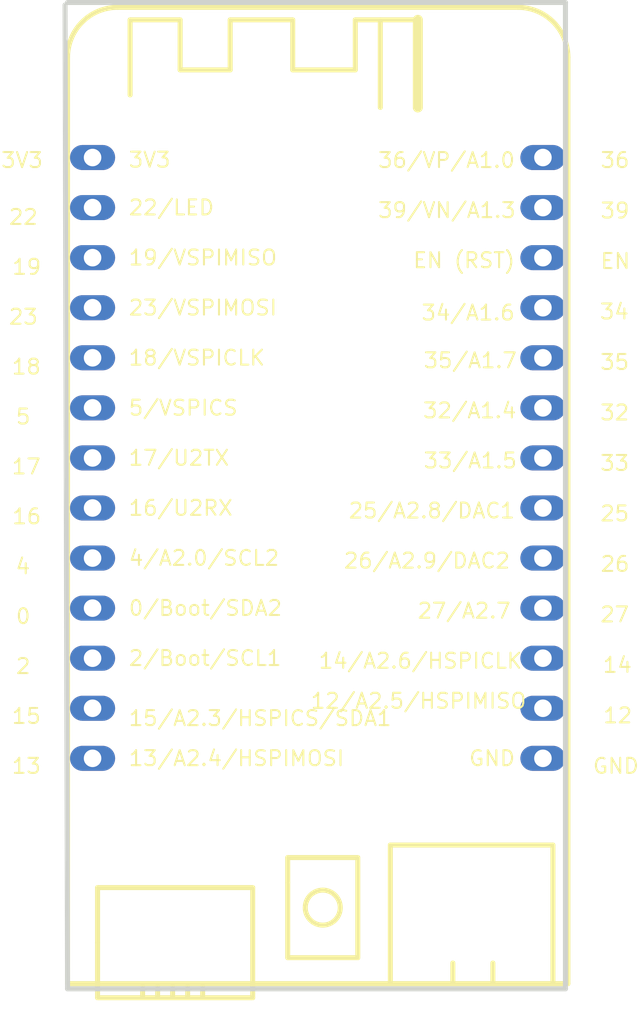
<source format=kicad_pcb>
(kicad_pcb (version 20171130) (host pcbnew "(5.1.6)-1")

  (general
    (thickness 1.6)
    (drawings 101)
    (tracks 0)
    (zones 0)
    (modules 26)
    (nets 27)
  )

  (page A4)
  (layers
    (0 F.Cu signal)
    (31 B.Cu signal)
    (32 B.Adhes user)
    (33 F.Adhes user)
    (34 B.Paste user)
    (35 F.Paste user)
    (36 B.SilkS user)
    (37 F.SilkS user)
    (38 B.Mask user)
    (39 F.Mask user)
    (40 Dwgs.User user)
    (41 Cmts.User user)
    (42 Eco1.User user)
    (43 Eco2.User user)
    (44 Edge.Cuts user)
    (45 Margin user)
    (46 B.CrtYd user)
    (47 F.CrtYd user)
    (48 B.Fab user hide)
    (49 F.Fab user hide)
  )

  (setup
    (last_trace_width 0.25)
    (trace_clearance 0.2)
    (zone_clearance 0.508)
    (zone_45_only no)
    (trace_min 0.2)
    (via_size 0.8)
    (via_drill 0.4)
    (via_min_size 0.4)
    (via_min_drill 0.3)
    (uvia_size 0.3)
    (uvia_drill 0.1)
    (uvias_allowed no)
    (uvia_min_size 0.2)
    (uvia_min_drill 0.1)
    (edge_width 0.05)
    (segment_width 0.2)
    (pcb_text_width 0.3)
    (pcb_text_size 1.5 1.5)
    (mod_edge_width 0.12)
    (mod_text_size 1 1)
    (mod_text_width 0.15)
    (pad_size 1.524 1.524)
    (pad_drill 0.762)
    (pad_to_mask_clearance 0.05)
    (aux_axis_origin 0 0)
    (visible_elements FFFFFF7F)
    (pcbplotparams
      (layerselection 0x010fc_ffffffff)
      (usegerberextensions false)
      (usegerberattributes true)
      (usegerberadvancedattributes true)
      (creategerberjobfile true)
      (excludeedgelayer true)
      (linewidth 0.100000)
      (plotframeref false)
      (viasonmask false)
      (mode 1)
      (useauxorigin false)
      (hpglpennumber 1)
      (hpglpenspeed 20)
      (hpglpendiameter 15.000000)
      (psnegative false)
      (psa4output false)
      (plotreference true)
      (plotvalue true)
      (plotinvisibletext false)
      (padsonsilk false)
      (subtractmaskfromsilk false)
      (outputformat 1)
      (mirror false)
      (drillshape 1)
      (scaleselection 1)
      (outputdirectory ""))
  )

  (net 0 "")
  (net 1 U1_15)
  (net 2 U1_2)
  (net 3 U1_0)
  (net 4 U1_4)
  (net 5 VCC3.3V)
  (net 6 TX)
  (net 7 RX)
  (net 8 U1_5)
  (net 9 BUZER)
  (net 10 REDLED)
  (net 11 GREENLED)
  (net 12 BLUELED)
  (net 13 U1_36)
  (net 14 U1_39)
  (net 15 U1_EN)
  (net 16 BAT-LEVEL)
  (net 17 U1_35)
  (net 18 READ)
  (net 19 U1_33)
  (net 20 GND)
  (net 21 U1_12)
  (net 22 U1_14)
  (net 23 WAKEBUTTON)
  (net 24 U1_26)
  (net 25 U1_25)
  (net 26 U1_13)

  (net_class Default "This is the default net class."
    (clearance 0.2)
    (trace_width 0.25)
    (via_dia 0.8)
    (via_drill 0.4)
    (uvia_dia 0.3)
    (uvia_drill 0.1)
    (add_net BAT-LEVEL)
    (add_net BLUELED)
    (add_net BUZER)
    (add_net GND)
    (add_net GREENLED)
    (add_net READ)
    (add_net REDLED)
    (add_net RX)
    (add_net TX)
    (add_net U1_0)
    (add_net U1_12)
    (add_net U1_13)
    (add_net U1_14)
    (add_net U1_15)
    (add_net U1_2)
    (add_net U1_25)
    (add_net U1_26)
    (add_net U1_33)
    (add_net U1_35)
    (add_net U1_36)
    (add_net U1_39)
    (add_net U1_4)
    (add_net U1_5)
    (add_net U1_EN)
    (add_net VCC3.3V)
    (add_net WAKEBUTTON)
  )

  (module AutoGenerated:Pad_2.29mm (layer F.Cu) (tedit 0) (tstamp 0)
    (at 7.366 67.301)
    (attr virtual)
    (fp_text reference "" (at 0 0) (layer F.SilkS)
      (effects (font (size 1.27 1.27) (thickness 0.15)))
    )
    (fp_text value "" (at 0 0) (layer F.SilkS)
      (effects (font (size 1.27 1.27) (thickness 0.15)))
    )
    (pad 15 thru_hole oval (at 0 0) (size 2.286 1.27) (drill 0.889) (layers *.Cu *.Paste *.Mask)
      (net 1 U1_15))
  )

  (module AutoGenerated:Pad_2.29mm (layer F.Cu) (tedit 0) (tstamp 0)
    (at 7.366 64.761)
    (attr virtual)
    (fp_text reference "" (at 0 0) (layer F.SilkS)
      (effects (font (size 1.27 1.27) (thickness 0.15)))
    )
    (fp_text value "" (at 0 0) (layer F.SilkS)
      (effects (font (size 1.27 1.27) (thickness 0.15)))
    )
    (pad 2 thru_hole oval (at 0 0) (size 2.286 1.27) (drill 0.889) (layers *.Cu *.Paste *.Mask)
      (net 2 U1_2))
  )

  (module AutoGenerated:Pad_2.29mm (layer F.Cu) (tedit 0) (tstamp 0)
    (at 7.366 62.221)
    (attr virtual)
    (fp_text reference "" (at 0 0) (layer F.SilkS)
      (effects (font (size 1.27 1.27) (thickness 0.15)))
    )
    (fp_text value "" (at 0 0) (layer F.SilkS)
      (effects (font (size 1.27 1.27) (thickness 0.15)))
    )
    (pad 0 thru_hole oval (at 0 0) (size 2.286 1.27) (drill 0.889) (layers *.Cu *.Paste *.Mask)
      (net 3 U1_0))
  )

  (module AutoGenerated:Pad_2.29mm (layer F.Cu) (tedit 0) (tstamp 0)
    (at 7.366 59.681)
    (attr virtual)
    (fp_text reference "" (at 0 0) (layer F.SilkS)
      (effects (font (size 1.27 1.27) (thickness 0.15)))
    )
    (fp_text value "" (at 0 0) (layer F.SilkS)
      (effects (font (size 1.27 1.27) (thickness 0.15)))
    )
    (pad 4 thru_hole oval (at 0 0) (size 2.286 1.27) (drill 0.889) (layers *.Cu *.Paste *.Mask)
      (net 4 U1_4))
  )

  (module AutoGenerated:Pad_2.29mm (layer F.Cu) (tedit 0) (tstamp 0)
    (at 7.366 39.361)
    (attr virtual)
    (fp_text reference "" (at 0 0) (layer F.SilkS)
      (effects (font (size 1.27 1.27) (thickness 0.15)))
    )
    (fp_text value "" (at 0 0) (layer F.SilkS)
      (effects (font (size 1.27 1.27) (thickness 0.15)))
    )
    (pad 3 thru_hole oval (at 0 0) (size 2.286 1.27) (drill 0.889) (layers *.Cu *.Paste *.Mask)
      (net 5 VCC3.3V))
  )

  (module AutoGenerated:Pad_2.29mm (layer F.Cu) (tedit 0) (tstamp 0)
    (at 7.366 57.141)
    (attr virtual)
    (fp_text reference "" (at 0 0) (layer F.SilkS)
      (effects (font (size 1.27 1.27) (thickness 0.15)))
    )
    (fp_text value "" (at 0 0) (layer F.SilkS)
      (effects (font (size 1.27 1.27) (thickness 0.15)))
    )
    (pad 16 thru_hole oval (at 0 0) (size 2.286 1.27) (drill 0.889) (layers *.Cu *.Paste *.Mask)
      (net 6 TX))
  )

  (module AutoGenerated:Pad_2.29mm (layer F.Cu) (tedit 0) (tstamp 0)
    (at 7.366 54.601)
    (attr virtual)
    (fp_text reference "" (at 0 0) (layer F.SilkS)
      (effects (font (size 1.27 1.27) (thickness 0.15)))
    )
    (fp_text value "" (at 0 0) (layer F.SilkS)
      (effects (font (size 1.27 1.27) (thickness 0.15)))
    )
    (pad 17 thru_hole oval (at 0 0) (size 2.286 1.27) (drill 0.889) (layers *.Cu *.Paste *.Mask)
      (net 7 RX))
  )

  (module AutoGenerated:Pad_2.29mm (layer F.Cu) (tedit 0) (tstamp 0)
    (at 7.366 52.061)
    (attr virtual)
    (fp_text reference "" (at 0 0) (layer F.SilkS)
      (effects (font (size 1.27 1.27) (thickness 0.15)))
    )
    (fp_text value "" (at 0 0) (layer F.SilkS)
      (effects (font (size 1.27 1.27) (thickness 0.15)))
    )
    (pad 5 thru_hole oval (at 0 0) (size 2.286 1.27) (drill 0.889) (layers *.Cu *.Paste *.Mask)
      (net 8 U1_5))
  )

  (module AutoGenerated:Pad_2.29mm (layer F.Cu) (tedit 0) (tstamp 0)
    (at 7.366 49.521)
    (attr virtual)
    (fp_text reference "" (at 0 0) (layer F.SilkS)
      (effects (font (size 1.27 1.27) (thickness 0.15)))
    )
    (fp_text value "" (at 0 0) (layer F.SilkS)
      (effects (font (size 1.27 1.27) (thickness 0.15)))
    )
    (pad 18 thru_hole oval (at 0 0) (size 2.286 1.27) (drill 0.889) (layers *.Cu *.Paste *.Mask)
      (net 9 BUZER))
  )

  (module AutoGenerated:Pad_2.29mm (layer F.Cu) (tedit 0) (tstamp 0)
    (at 7.366 46.981)
    (attr virtual)
    (fp_text reference "" (at 0 0) (layer F.SilkS)
      (effects (font (size 1.27 1.27) (thickness 0.15)))
    )
    (fp_text value "" (at 0 0) (layer F.SilkS)
      (effects (font (size 1.27 1.27) (thickness 0.15)))
    )
    (pad 23 thru_hole oval (at 0 0) (size 2.286 1.27) (drill 0.889) (layers *.Cu *.Paste *.Mask)
      (net 10 REDLED))
  )

  (module AutoGenerated:Pad_2.29mm (layer F.Cu) (tedit 0) (tstamp 0)
    (at 7.366 44.441)
    (attr virtual)
    (fp_text reference "" (at 0 0) (layer F.SilkS)
      (effects (font (size 1.27 1.27) (thickness 0.15)))
    )
    (fp_text value "" (at 0 0) (layer F.SilkS)
      (effects (font (size 1.27 1.27) (thickness 0.15)))
    )
    (pad 19 thru_hole oval (at 0 0) (size 2.286 1.27) (drill 0.889) (layers *.Cu *.Paste *.Mask)
      (net 11 GREENLED))
  )

  (module AutoGenerated:Pad_2.29mm (layer F.Cu) (tedit 0) (tstamp 0)
    (at 7.366 41.901)
    (attr virtual)
    (fp_text reference "" (at 0 0) (layer F.SilkS)
      (effects (font (size 1.27 1.27) (thickness 0.15)))
    )
    (fp_text value "" (at 0 0) (layer F.SilkS)
      (effects (font (size 1.27 1.27) (thickness 0.15)))
    )
    (pad 22 thru_hole oval (at 0 0) (size 2.286 1.27) (drill 0.889) (layers *.Cu *.Paste *.Mask)
      (net 12 BLUELED))
  )

  (module AutoGenerated:Pad_2.29mm (layer F.Cu) (tedit 0) (tstamp 0)
    (at 30.226 39.361)
    (attr virtual)
    (fp_text reference "" (at 0 0) (layer F.SilkS)
      (effects (font (size 1.27 1.27) (thickness 0.15)))
    )
    (fp_text value "" (at 0 0) (layer F.SilkS)
      (effects (font (size 1.27 1.27) (thickness 0.15)))
    )
    (pad 36 thru_hole oval (at 0 0) (size 2.286 1.27) (drill 0.889) (layers *.Cu *.Paste *.Mask)
      (net 13 U1_36))
  )

  (module AutoGenerated:Pad_2.29mm (layer F.Cu) (tedit 0) (tstamp 0)
    (at 30.226 41.901)
    (attr virtual)
    (fp_text reference "" (at 0 0) (layer F.SilkS)
      (effects (font (size 1.27 1.27) (thickness 0.15)))
    )
    (fp_text value "" (at 0 0) (layer F.SilkS)
      (effects (font (size 1.27 1.27) (thickness 0.15)))
    )
    (pad 39 thru_hole oval (at 0 0) (size 2.286 1.27) (drill 0.889) (layers *.Cu *.Paste *.Mask)
      (net 14 U1_39))
  )

  (module AutoGenerated:Pad_2.29mm (layer F.Cu) (tedit 0) (tstamp 0)
    (at 30.226 44.441)
    (attr virtual)
    (fp_text reference "" (at 0 0) (layer F.SilkS)
      (effects (font (size 1.27 1.27) (thickness 0.15)))
    )
    (fp_text value "" (at 0 0) (layer F.SilkS)
      (effects (font (size 1.27 1.27) (thickness 0.15)))
    )
    (pad EN thru_hole oval (at 0 0) (size 2.286 1.27) (drill 0.889) (layers *.Cu *.Paste *.Mask)
      (net 15 U1_EN))
  )

  (module AutoGenerated:Pad_2.29mm (layer F.Cu) (tedit 0) (tstamp 0)
    (at 30.226 46.981)
    (attr virtual)
    (fp_text reference "" (at 0 0) (layer F.SilkS)
      (effects (font (size 1.27 1.27) (thickness 0.15)))
    )
    (fp_text value "" (at 0 0) (layer F.SilkS)
      (effects (font (size 1.27 1.27) (thickness 0.15)))
    )
    (pad 34 thru_hole oval (at 0 0) (size 2.286 1.27) (drill 0.889) (layers *.Cu *.Paste *.Mask)
      (net 16 BAT-LEVEL))
  )

  (module AutoGenerated:Pad_2.29mm (layer F.Cu) (tedit 0) (tstamp 0)
    (at 30.226 49.521)
    (attr virtual)
    (fp_text reference "" (at 0 0) (layer F.SilkS)
      (effects (font (size 1.27 1.27) (thickness 0.15)))
    )
    (fp_text value "" (at 0 0) (layer F.SilkS)
      (effects (font (size 1.27 1.27) (thickness 0.15)))
    )
    (pad 35 thru_hole oval (at 0 0) (size 2.286 1.27) (drill 0.889) (layers *.Cu *.Paste *.Mask)
      (net 17 U1_35))
  )

  (module AutoGenerated:Pad_2.29mm (layer F.Cu) (tedit 0) (tstamp 0)
    (at 30.226 52.061)
    (attr virtual)
    (fp_text reference "" (at 0 0) (layer F.SilkS)
      (effects (font (size 1.27 1.27) (thickness 0.15)))
    )
    (fp_text value "" (at 0 0) (layer F.SilkS)
      (effects (font (size 1.27 1.27) (thickness 0.15)))
    )
    (pad 32 thru_hole oval (at 0 0) (size 2.286 1.27) (drill 0.889) (layers *.Cu *.Paste *.Mask)
      (net 18 READ))
  )

  (module AutoGenerated:Pad_2.29mm (layer F.Cu) (tedit 0) (tstamp 0)
    (at 30.226 54.601)
    (attr virtual)
    (fp_text reference "" (at 0 0) (layer F.SilkS)
      (effects (font (size 1.27 1.27) (thickness 0.15)))
    )
    (fp_text value "" (at 0 0) (layer F.SilkS)
      (effects (font (size 1.27 1.27) (thickness 0.15)))
    )
    (pad 33 thru_hole oval (at 0 0) (size 2.286 1.27) (drill 0.889) (layers *.Cu *.Paste *.Mask)
      (net 19 U1_33))
  )

  (module AutoGenerated:Pad_2.29mm (layer F.Cu) (tedit 0) (tstamp 0)
    (at 30.226 69.841)
    (attr virtual)
    (fp_text reference "" (at 0 0) (layer F.SilkS)
      (effects (font (size 1.27 1.27) (thickness 0.15)))
    )
    (fp_text value "" (at 0 0) (layer F.SilkS)
      (effects (font (size 1.27 1.27) (thickness 0.15)))
    )
    (pad GND thru_hole oval (at 0 0) (size 2.286 1.27) (drill 0.889) (layers *.Cu *.Paste *.Mask)
      (net 20 GND))
  )

  (module AutoGenerated:Pad_2.29mm (layer F.Cu) (tedit 0) (tstamp 0)
    (at 30.226 67.301)
    (attr virtual)
    (fp_text reference "" (at 0 0) (layer F.SilkS)
      (effects (font (size 1.27 1.27) (thickness 0.15)))
    )
    (fp_text value "" (at 0 0) (layer F.SilkS)
      (effects (font (size 1.27 1.27) (thickness 0.15)))
    )
    (pad 12 thru_hole oval (at 0 0) (size 2.286 1.27) (drill 0.889) (layers *.Cu *.Paste *.Mask)
      (net 21 U1_12))
  )

  (module AutoGenerated:Pad_2.29mm (layer F.Cu) (tedit 0) (tstamp 0)
    (at 30.226 64.761)
    (attr virtual)
    (fp_text reference "" (at 0 0) (layer F.SilkS)
      (effects (font (size 1.27 1.27) (thickness 0.15)))
    )
    (fp_text value "" (at 0 0) (layer F.SilkS)
      (effects (font (size 1.27 1.27) (thickness 0.15)))
    )
    (pad 14 thru_hole oval (at 0 0) (size 2.286 1.27) (drill 0.889) (layers *.Cu *.Paste *.Mask)
      (net 22 U1_14))
  )

  (module AutoGenerated:Pad_2.29mm (layer F.Cu) (tedit 0) (tstamp 0)
    (at 30.226 62.221)
    (attr virtual)
    (fp_text reference "" (at 0 0) (layer F.SilkS)
      (effects (font (size 1.27 1.27) (thickness 0.15)))
    )
    (fp_text value "" (at 0 0) (layer F.SilkS)
      (effects (font (size 1.27 1.27) (thickness 0.15)))
    )
    (pad 27 thru_hole oval (at 0 0) (size 2.286 1.27) (drill 0.889) (layers *.Cu *.Paste *.Mask)
      (net 23 WAKEBUTTON))
  )

  (module AutoGenerated:Pad_2.29mm (layer F.Cu) (tedit 0) (tstamp 0)
    (at 30.226 59.681)
    (attr virtual)
    (fp_text reference "" (at 0 0) (layer F.SilkS)
      (effects (font (size 1.27 1.27) (thickness 0.15)))
    )
    (fp_text value "" (at 0 0) (layer F.SilkS)
      (effects (font (size 1.27 1.27) (thickness 0.15)))
    )
    (pad 26 thru_hole oval (at 0 0) (size 2.286 1.27) (drill 0.889) (layers *.Cu *.Paste *.Mask)
      (net 24 U1_26))
  )

  (module AutoGenerated:Pad_2.29mm (layer F.Cu) (tedit 0) (tstamp 0)
    (at 30.226 57.141)
    (attr virtual)
    (fp_text reference "" (at 0 0) (layer F.SilkS)
      (effects (font (size 1.27 1.27) (thickness 0.15)))
    )
    (fp_text value "" (at 0 0) (layer F.SilkS)
      (effects (font (size 1.27 1.27) (thickness 0.15)))
    )
    (pad 25 thru_hole oval (at 0 0) (size 2.286 1.27) (drill 0.889) (layers *.Cu *.Paste *.Mask)
      (net 25 U1_25))
  )

  (module AutoGenerated:Pad_2.29mm (layer F.Cu) (tedit 0) (tstamp 0)
    (at 7.366 69.841)
    (attr virtual)
    (fp_text reference "" (at 0 0) (layer F.SilkS)
      (effects (font (size 1.27 1.27) (thickness 0.15)))
    )
    (fp_text value "" (at 0 0) (layer F.SilkS)
      (effects (font (size 1.27 1.27) (thickness 0.15)))
    )
    (pad 13 thru_hole oval (at 0 0) (size 2.286 1.27) (drill 0.889) (layers *.Cu *.Paste *.Mask)
      (net 26 U1_13))
  )

  (gr_line (start 6.096 31.496) (end 31.369 31.496) (layer Edge.Cuts) (width 0.254))
  (gr_line (start 31.369 31.496) (end 31.369 81.534) (layer Edge.Cuts) (width 0.254))
  (gr_line (start 31.369 81.534) (end 6.096 81.534) (layer Edge.Cuts) (width 0.254))
  (gr_line (start 6.096 81.534) (end 5.969 31.623) (layer Edge.Cuts) (width 0.254))
  (gr_line (start 20.828 79.955) (end 20.828 74.875) (layer F.SilkS) (width 0.254))
  (gr_line (start 20.828 74.875) (end 17.272 74.875) (layer F.SilkS) (width 0.254))
  (gr_line (start 17.272 74.875) (end 17.272 76.145) (layer F.SilkS) (width 0.254))
  (gr_line (start 17.272 76.145) (end 17.272 79.955) (layer F.SilkS) (width 0.254))
  (gr_line (start 17.272 79.955) (end 20.828 79.955) (layer F.SilkS) (width 0.254))
  (gr_line (start 22.479 81.225) (end 22.479 74.24) (layer F.SilkS) (width 0.254))
  (gr_line (start 22.479 74.24) (end 30.734 74.24) (layer F.SilkS) (width 0.254))
  (gr_line (start 30.734 74.24) (end 30.734 81.225) (layer F.SilkS) (width 0.254))
  (gr_line (start 25.654 80.225) (end 25.654 81.225) (layer F.SilkS) (width 0.254))
  (gr_line (start 27.686 80.225) (end 27.686 81.225) (layer F.SilkS) (width 0.254))
  (gr_line (start 7.62 76.399) (end 15.494 76.399) (layer F.SilkS) (width 0.254))
  (gr_line (start 15.494 76.399) (end 15.494 81.987) (layer F.SilkS) (width 0.254))
  (gr_line (start 15.494 81.987) (end 7.62 81.987) (layer F.SilkS) (width 0.254))
  (gr_line (start 7.62 81.987) (end 7.62 79.193) (layer F.SilkS) (width 0.254))
  (gr_line (start 7.62 79.193) (end 7.62 76.399) (layer F.SilkS) (width 0.254))
  (gr_line (start 9.906 81.987) (end 9.906 81.479) (layer F.SilkS) (width 0.254))
  (gr_line (start 10.668 81.987) (end 10.668 81.479) (layer F.SilkS) (width 0.254))
  (gr_line (start 11.43 81.987) (end 11.43 81.479) (layer F.SilkS) (width 0.254))
  (gr_line (start 12.192 81.987) (end 12.192 81.479) (layer F.SilkS) (width 0.254))
  (gr_line (start 12.954 81.987) (end 12.954 81.479) (layer F.SilkS) (width 0.254))
  (gr_line (start 31.496 81.271) (end 6.096 81.271) (layer F.SilkS) (width 0.254))
  (gr_line (start 23.876 32.376) (end 20.701 32.376) (layer F.SilkS) (width 0.254))
  (gr_line (start 20.701 32.376) (end 20.701 34.916) (layer F.SilkS) (width 0.254))
  (gr_line (start 20.701 34.916) (end 17.526 34.916) (layer F.SilkS) (width 0.254))
  (gr_line (start 17.526 34.916) (end 17.526 32.376) (layer F.SilkS) (width 0.254))
  (gr_line (start 17.526 32.376) (end 14.351 32.376) (layer F.SilkS) (width 0.254))
  (gr_line (start 14.351 32.376) (end 14.351 34.916) (layer F.SilkS) (width 0.254))
  (gr_line (start 14.351 34.916) (end 11.811 34.916) (layer F.SilkS) (width 0.254))
  (gr_line (start 11.811 34.916) (end 11.811 32.376) (layer F.SilkS) (width 0.254))
  (gr_line (start 11.811 32.376) (end 9.271 32.376) (layer F.SilkS) (width 0.254))
  (gr_line (start 9.271 32.376) (end 9.271 36.186) (layer F.SilkS) (width 0.254))
  (gr_line (start 21.971 36.821) (end 21.971 32.376) (layer F.SilkS) (width 0.254))
  (gr_line (start 28.956 31.741) (end 8.636 31.741) (layer F.SilkS) (width 0.254))
  (gr_line (start 6.096 34.281) (end 6.096 81.271) (layer F.SilkS) (width 0.254))
  (gr_line (start 31.496 81.271) (end 31.496 34.281) (layer F.SilkS) (width 0.254))
  (gr_line (start 23.876 32.376) (end 23.876 36.821) (layer F.SilkS) (width 0.508))
  (gr_text GND (at 32.703 70.231) (layer F.SilkS)
    (effects (font (size 0.762 0.762) (thickness 0.102)) (justify left))
  )
  (gr_text 12 (at 33.232 67.67) (layer F.SilkS)
    (effects (font (size 0.762 0.762) (thickness 0.102)) (justify left))
  )
  (gr_text 14 (at 33.214 65.109) (layer F.SilkS)
    (effects (font (size 0.762 0.762) (thickness 0.102)) (justify left))
  )
  (gr_text 27 (at 33.076 62.548) (layer F.SilkS)
    (effects (font (size 0.762 0.762) (thickness 0.102)) (justify left))
  )
  (gr_text 26 (at 33.094 59.986) (layer F.SilkS)
    (effects (font (size 0.762 0.762) (thickness 0.102)) (justify left))
  )
  (gr_text 25 (at 33.076 57.425) (layer F.SilkS)
    (effects (font (size 0.762 0.762) (thickness 0.102)) (justify left))
  )
  (gr_text 33 (at 33.076 54.864) (layer F.SilkS)
    (effects (font (size 0.762 0.762) (thickness 0.102)) (justify left))
  )
  (gr_text 32 (at 33.076 52.303) (layer F.SilkS)
    (effects (font (size 0.762 0.762) (thickness 0.102)) (justify left))
  )
  (gr_text 35 (at 33.076 49.742) (layer F.SilkS)
    (effects (font (size 0.762 0.762) (thickness 0.102)) (justify left))
  )
  (gr_text 34 (at 33.059 47.18) (layer F.SilkS)
    (effects (font (size 0.762 0.762) (thickness 0.102)) (justify left))
  )
  (gr_text EN (at 33.094 44.619) (layer F.SilkS)
    (effects (font (size 0.762 0.762) (thickness 0.102)) (justify left))
  )
  (gr_text 39 (at 33.094 42.058) (layer F.SilkS)
    (effects (font (size 0.762 0.762) (thickness 0.102)) (justify left))
  )
  (gr_text 36 (at 33.094 39.497) (layer F.SilkS)
    (effects (font (size 0.762 0.762) (thickness 0.102)) (justify left))
  )
  (gr_text 13 (at 3.214 70.231) (layer F.SilkS)
    (effects (font (size 0.762 0.762) (thickness 0.102)) (justify left))
  )
  (gr_text 15 (at 3.214 67.699) (layer F.SilkS)
    (effects (font (size 0.762 0.762) (thickness 0.102)) (justify left))
  )
  (gr_text 2 (at 3.415 65.168) (layer F.SilkS)
    (effects (font (size 0.762 0.762) (thickness 0.102)) (justify left))
  )
  (gr_text 0 (at 3.415 62.636) (layer F.SilkS)
    (effects (font (size 0.762 0.762) (thickness 0.102)) (justify left))
  )
  (gr_text 4 (at 3.397 60.104) (layer F.SilkS)
    (effects (font (size 0.762 0.762) (thickness 0.102)) (justify left))
  )
  (gr_text 16 (at 3.232 57.572) (layer F.SilkS)
    (effects (font (size 0.762 0.762) (thickness 0.102)) (justify left))
  )
  (gr_text 17 (at 3.214 55.041) (layer F.SilkS)
    (effects (font (size 0.762 0.762) (thickness 0.102)) (justify left))
  )
  (gr_text 5 (at 3.415 52.509) (layer F.SilkS)
    (effects (font (size 0.762 0.762) (thickness 0.102)) (justify left))
  )
  (gr_text 18 (at 3.214 49.977) (layer F.SilkS)
    (effects (font (size 0.762 0.762) (thickness 0.102)) (justify left))
  )
  (gr_text 23 (at 3.058 47.445) (layer F.SilkS)
    (effects (font (size 0.762 0.762) (thickness 0.102)) (justify left))
  )
  (gr_text 19 (at 3.232 44.914) (layer F.SilkS)
    (effects (font (size 0.762 0.762) (thickness 0.102)) (justify left))
  )
  (gr_text 22 (at 3.058 42.382) (layer F.SilkS)
    (effects (font (size 0.762 0.762) (thickness 0.102)) (justify left))
  )
  (gr_text 3V3 (at 2.667 39.497) (layer F.SilkS)
    (effects (font (size 0.762 0.762) (thickness 0.102)) (justify left))
  )
  (gr_text 2/Boot/SCL1 (at 9.144 64.761) (layer F.SilkS)
    (effects (font (size 0.762 0.762) (thickness 0.102)) (justify left))
  )
  (gr_text 15/A2.3/HSPICS/SDA1 (at 9.144 67.809) (layer F.SilkS)
    (effects (font (size 0.762 0.762) (thickness 0.102)) (justify left))
  )
  (gr_text 4/A2.0/SCL2 (at 9.144 59.681) (layer F.SilkS)
    (effects (font (size 0.762 0.762) (thickness 0.102)) (justify left))
  )
  (gr_text 0/Boot/SDA2 (at 9.144 62.221) (layer F.SilkS)
    (effects (font (size 0.762 0.762) (thickness 0.102)) (justify left))
  )
  (gr_text 3V3 (at 9.144 39.477) (layer F.SilkS)
    (effects (font (size 0.762 0.762) (thickness 0.102)) (justify left))
  )
  (gr_text 16/U2RX (at 9.144 57.141) (layer F.SilkS)
    (effects (font (size 0.762 0.762) (thickness 0.102)) (justify left))
  )
  (gr_text 17/U2TX (at 9.144 54.601) (layer F.SilkS)
    (effects (font (size 0.762 0.762) (thickness 0.102)) (justify left))
  )
  (gr_text 5/VSPICS (at 9.144 52.061) (layer F.SilkS)
    (effects (font (size 0.762 0.762) (thickness 0.102)) (justify left))
  )
  (gr_text 18/VSPICLK (at 9.144 49.521) (layer F.SilkS)
    (effects (font (size 0.762 0.762) (thickness 0.102)) (justify left))
  )
  (gr_text 23/VSPIMOSI (at 9.144 46.981) (layer F.SilkS)
    (effects (font (size 0.762 0.762) (thickness 0.102)) (justify left))
  )
  (gr_text 19/VSPIMISO (at 9.144 44.441) (layer F.SilkS)
    (effects (font (size 0.762 0.762) (thickness 0.102)) (justify left))
  )
  (gr_text 22/LED (at 9.144 41.901) (layer F.SilkS)
    (effects (font (size 0.762 0.762) (thickness 0.102)) (justify left))
  )
  (gr_text 36/VP/A1.0 (at 21.801 39.498) (layer F.SilkS)
    (effects (font (size 0.762 0.762) (thickness 0.102)) (justify left))
  )
  (gr_text 39/VN/A1.3 (at 21.801 42.038) (layer F.SilkS)
    (effects (font (size 0.762 0.762) (thickness 0.102)) (justify left))
  )
  (gr_text "EN (RST)" (at 23.581 44.578) (layer F.SilkS)
    (effects (font (size 0.762 0.762) (thickness 0.102)) (justify left))
  )
  (gr_text 34/A1.6 (at 24.003 47.235) (layer F.SilkS)
    (effects (font (size 0.762 0.762) (thickness 0.102)) (justify left))
  )
  (gr_text 35/A1.7 (at 24.115 49.658) (layer F.SilkS)
    (effects (font (size 0.762 0.762) (thickness 0.102)) (justify left))
  )
  (gr_text 32/A1.4 (at 24.082 52.198) (layer F.SilkS)
    (effects (font (size 0.762 0.762) (thickness 0.102)) (justify left))
  )
  (gr_text 33/A1.5 (at 24.115 54.738) (layer F.SilkS)
    (effects (font (size 0.762 0.762) (thickness 0.102)) (justify left))
  )
  (gr_text GND (at 26.416 69.841) (layer F.SilkS)
    (effects (font (size 0.762 0.762) (thickness 0.102)) (justify left))
  )
  (gr_text 12/A2.5/HSPIMISO (at 18.387 66.93) (layer F.SilkS)
    (effects (font (size 0.762 0.762) (thickness 0.102)) (justify left))
  )
  (gr_text 14/A2.6/HSPICLK (at 18.788 64.898) (layer F.SilkS)
    (effects (font (size 0.762 0.762) (thickness 0.102)) (justify left))
  )
  (gr_text 27/A2.7 (at 23.802 62.358) (layer F.SilkS)
    (effects (font (size 0.762 0.762) (thickness 0.102)) (justify left))
  )
  (gr_text 26/A2.9/DAC2 (at 20.063 59.818) (layer F.SilkS)
    (effects (font (size 0.762 0.762) (thickness 0.102)) (justify left))
  )
  (gr_text 25/A2.8/DAC1 (at 20.305 57.278) (layer F.SilkS)
    (effects (font (size 0.762 0.762) (thickness 0.102)) (justify left))
  )
  (gr_text 13/A2.4/HSPIMOSI (at 9.144 69.841) (layer F.SilkS)
    (effects (font (size 0.762 0.762) (thickness 0.102)) (justify left))
  )
  (gr_text + (at 27.178 82.541) (layer Cmts.User)
    (effects (font (size 1.016 1.016) (thickness 0.102)) (justify left))
  )
  (gr_text - (at 25.4 82.541) (layer Cmts.User)
    (effects (font (size 1.016 1.016) (thickness 0.102)) (justify left))
  )
  (gr_text "2mm\nJST PH\nHeader" (at 24.384 75.429) (layer Cmts.User)
    (effects (font (size 1.016 1.016) (thickness 0.102)) (justify left))
  )
  (gr_text USB (at 10.16 78.985) (layer Cmts.User)
    (effects (font (size 1.016 1.016) (thickness 0.102)) (justify left))
  )
  (gr_text RST (at 18.288 74.159) (layer Cmts.User)
    (effects (font (size 1.016 1.016) (thickness 0.102)) (justify left))
  )
  (gr_text "Wemos Lolin32 Lite v1.0.0" (at 9.144 37.465) (layer Cmts.User)
    (effects (font (size 1.016 1.016) (thickness 0.102)) (justify left))
  )
  (gr_arc (start 28.956 34.281) (end 28.956 31.741) (angle 90) (layer F.SilkS) (width 0.254))
  (gr_arc (start 8.636 34.281) (end 6.096 34.281) (angle 90) (layer F.SilkS) (width 0.254))
  (gr_circle (center 19.05 77.415) (end 19.939 77.415) (layer F.SilkS) (width 0.254))

)

</source>
